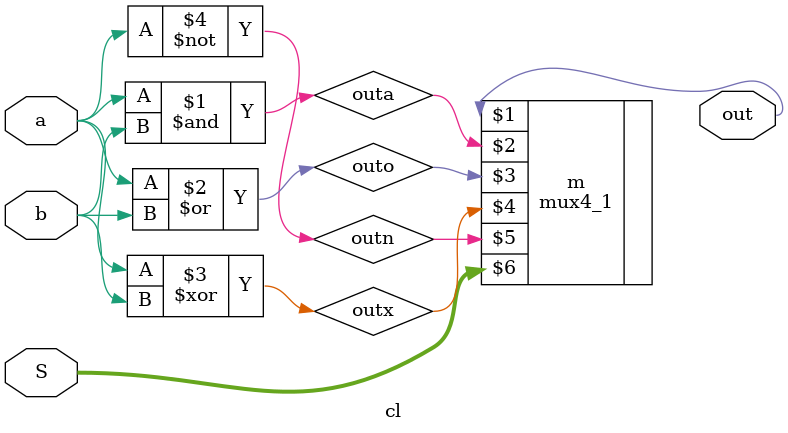
<source format=v>
module cl(output wire out, input wire a, b, input wire [1:0] S);

  wire outa, outo, outx, outn; // Salidas de las puertas logicas

  and aa(outa, a, b);          // Operacion AND
  or  o(outo, a, b);           // Operacion OR
  xor x(outx, a, b);           // Operacion XOR
  not n(outn, a);              // Operacion NOT
  mux4_1  m(out, outa, outo, outx, outn, S); // Mux conectado a la salida del modulo

endmodule
</source>
